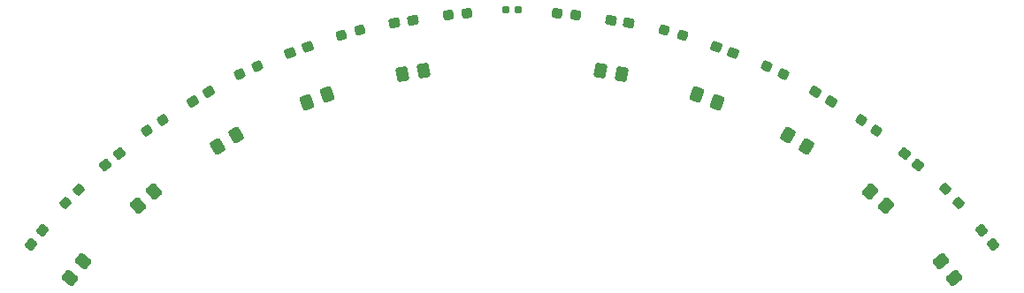
<source format=gbr>
%TF.GenerationSoftware,KiCad,Pcbnew,7.0.6*%
%TF.CreationDate,2023-07-09T17:07:21+09:00*%
%TF.ProjectId,robotrace_v2_Linesensor,726f626f-7472-4616-9365-5f76325f4c69,rev?*%
%TF.SameCoordinates,Original*%
%TF.FileFunction,Paste,Bot*%
%TF.FilePolarity,Positive*%
%FSLAX46Y46*%
G04 Gerber Fmt 4.6, Leading zero omitted, Abs format (unit mm)*
G04 Created by KiCad (PCBNEW 7.0.6) date 2023-07-09 17:07:21*
%MOMM*%
%LPD*%
G01*
G04 APERTURE LIST*
G04 Aperture macros list*
%AMRoundRect*
0 Rectangle with rounded corners*
0 $1 Rounding radius*
0 $2 $3 $4 $5 $6 $7 $8 $9 X,Y pos of 4 corners*
0 Add a 4 corners polygon primitive as box body*
4,1,4,$2,$3,$4,$5,$6,$7,$8,$9,$2,$3,0*
0 Add four circle primitives for the rounded corners*
1,1,$1+$1,$2,$3*
1,1,$1+$1,$4,$5*
1,1,$1+$1,$6,$7*
1,1,$1+$1,$8,$9*
0 Add four rect primitives between the rounded corners*
20,1,$1+$1,$2,$3,$4,$5,0*
20,1,$1+$1,$4,$5,$6,$7,0*
20,1,$1+$1,$6,$7,$8,$9,0*
20,1,$1+$1,$8,$9,$2,$3,0*%
G04 Aperture macros list end*
%ADD10RoundRect,0.237500X0.065464X0.338557X-0.341467X0.048028X-0.065464X-0.338557X0.341467X-0.048028X0*%
%ADD11RoundRect,0.237500X-0.341466X-0.048034X0.065470X-0.338556X0.341466X0.048034X-0.065470X0.338556X0*%
%ADD12RoundRect,0.237500X0.004777X0.344795X-0.344587X-0.012899X-0.004777X-0.344795X0.344587X0.012899X0*%
%ADD13RoundRect,0.237500X0.178856X0.294817X-0.303595X0.163512X-0.178856X-0.294817X0.303595X-0.163512X0*%
%ADD14RoundRect,0.237500X-0.270025X-0.214459X0.228015X-0.258680X0.270025X0.214459X-0.228015X0.258680X0*%
%ADD15RoundRect,0.237500X-0.344587X0.012899X0.004777X-0.344795X0.344587X-0.012899X-0.004777X0.344795X0*%
%ADD16RoundRect,0.237500X-0.303595X-0.163512X0.178856X-0.294817X0.303595X0.163512X-0.178856X0.294817X0*%
%ADD17RoundRect,0.237500X0.124102X0.321722X-0.327659X0.107451X-0.124102X-0.321722X0.327659X-0.107451X0*%
%ADD18RoundRect,0.237500X-0.327659X-0.107451X0.124102X-0.321722X0.327659X0.107451X-0.124102X0.321722X0*%
%ADD19RoundRect,0.237500X0.228011X0.258684X-0.270029X0.214454X-0.228011X-0.258684X0.270029X-0.214454X0*%
%ADD20RoundRect,0.250000X-0.508223X-0.223236X0.052129X-0.552637X0.508223X0.223236X-0.052129X0.552637X0*%
%ADD21RoundRect,0.250000X-0.046085X0.553174X-0.539612X0.130170X0.046085X-0.553174X0.539612X-0.130170X0*%
%ADD22RoundRect,0.250000X0.240612X0.500231X-0.399215X0.385684X-0.240612X-0.500231X0.399215X-0.385684X0*%
%ADD23RoundRect,0.237500X0.365821X-0.072370X0.002015X0.372905X-0.365821X0.072370X-0.002015X-0.372905X0*%
%ADD24RoundRect,0.250000X0.148693X0.534804X-0.460935X0.309296X-0.148693X-0.534804X0.460935X-0.309296X0*%
%ADD25RoundRect,0.250000X-0.460935X-0.309296X0.148693X-0.534804X0.460935X0.309296X-0.148693X0.534804X0*%
%ADD26RoundRect,0.237500X-0.187246X-0.322493X0.352040X-0.123005X0.187246X0.322493X-0.352040X0.123005X0*%
%ADD27RoundRect,0.237500X-0.241147X-0.284448X0.324854X-0.183118X0.241147X0.284448X-0.324854X0.183118X0*%
%ADD28RoundRect,0.237500X0.372849X-0.006771X-0.063732X0.367425X-0.372849X0.006771X0.063732X-0.367425X0*%
%ADD29RoundRect,0.237500X0.002015X-0.372905X0.365821X0.072370X-0.002015X0.372905X-0.365821X-0.072370X0*%
%ADD30RoundRect,0.250000X-0.399215X-0.385684X0.240612X-0.500231X0.399215X0.385684X-0.240612X0.500231X0*%
%ADD31RoundRect,0.250000X-0.539612X-0.130170X-0.046085X-0.553174X0.539612X0.130170X0.046085X0.553174X0*%
%ADD32RoundRect,0.250000X-0.554106X-0.033040X-0.142847X-0.536395X0.554106X0.033040X0.142847X0.536395X0*%
%ADD33RoundRect,0.237500X0.352040X0.123005X-0.187246X0.322493X-0.352040X-0.123005X0.187246X-0.322493X0*%
%ADD34RoundRect,0.250000X0.052120X0.552638X-0.508227X0.223227X-0.052120X-0.552638X0.508227X-0.223227X0*%
%ADD35RoundRect,0.237500X0.324851X0.183124X-0.241152X0.284444X-0.324851X-0.183124X0.241152X-0.284444X0*%
%ADD36RoundRect,0.250000X-0.140037X0.537136X-0.553925X0.035941X0.140037X-0.537136X0.553925X-0.035941X0*%
%ADD37RoundRect,0.237500X-0.127484X-0.350443X0.368207X-0.059041X0.127484X0.350443X-0.368207X0.059041X0*%
%ADD38RoundRect,0.155000X0.212500X0.155000X-0.212500X0.155000X-0.212500X-0.155000X0.212500X-0.155000X0*%
%ADD39RoundRect,0.237500X-0.063732X-0.367425X0.372849X0.006771X0.063732X0.367425X-0.372849X-0.006771X0*%
%ADD40RoundRect,0.237500X0.368206X0.059047X-0.127490X0.350441X-0.368206X-0.059047X0.127490X-0.350441X0*%
G04 APERTURE END LIST*
D10*
%TO.C,R8*%
X-34932649Y47359784D03*
X-33447351Y48420216D03*
%TD*%
D11*
%TO.C,R7*%
X34932658Y47359797D03*
X33447342Y48420203D03*
%TD*%
D12*
%TO.C,R10*%
X-42737589Y40457209D03*
X-41462411Y41762791D03*
%TD*%
D13*
%TO.C,R4*%
X-16330473Y56540368D03*
X-14569527Y57019632D03*
%TD*%
D14*
%TO.C,R1*%
X4301076Y58690704D03*
X6118924Y58529296D03*
%TD*%
D15*
%TO.C,R9*%
X42737589Y40467209D03*
X41462411Y41772791D03*
%TD*%
D16*
%TO.C,R3*%
X14569527Y57019632D03*
X16330473Y56540368D03*
%TD*%
D17*
%TO.C,R6*%
X-26044464Y52778956D03*
X-24395536Y53561044D03*
%TD*%
D18*
%TO.C,R5*%
X26044464Y52778956D03*
X24395536Y53561044D03*
%TD*%
D19*
%TO.C,R2*%
X-6118923Y58529281D03*
X-4301077Y58690719D03*
%TD*%
D20*
%TO.C,Q5*%
X26406367Y46939440D03*
X28173633Y45900560D03*
%TD*%
D21*
%TO.C,Q8*%
X-34261747Y41547044D03*
X-35818253Y40212956D03*
%TD*%
D22*
%TO.C,Q2*%
X-8481041Y53180631D03*
X-10498959Y52819369D03*
%TD*%
D23*
%TO.C,D9*%
X44966383Y37867594D03*
X46073617Y36512406D03*
%TD*%
D24*
%TO.C,Q4*%
X-17718664Y50855609D03*
X-19641336Y50144391D03*
%TD*%
D25*
%TO.C,Q3*%
X17718664Y50855609D03*
X19641336Y50144391D03*
%TD*%
D26*
%TO.C,D4*%
X-21210653Y54826431D03*
X-19569347Y55433569D03*
%TD*%
D27*
%TO.C,D2*%
X-11221306Y57705802D03*
X-9498694Y58014198D03*
%TD*%
D28*
%TO.C,D7*%
X38914362Y44060573D03*
X37585638Y45199427D03*
%TD*%
D29*
%TO.C,D10*%
X-46073617Y36512406D03*
X-44966383Y37867594D03*
%TD*%
D30*
%TO.C,Q1*%
X8491041Y53180631D03*
X10508959Y52819369D03*
%TD*%
D31*
%TO.C,Q7*%
X34271747Y41547044D03*
X35828253Y40212956D03*
%TD*%
D32*
%TO.C,Q9*%
X41051477Y34863752D03*
X42348523Y33276248D03*
%TD*%
D33*
%TO.C,D3*%
X21210653Y54826431D03*
X19569347Y55433569D03*
%TD*%
D34*
%TO.C,Q6*%
X-26406376Y46939456D03*
X-28173624Y45900544D03*
%TD*%
D35*
%TO.C,D1*%
X11221309Y57705817D03*
X9498691Y58014183D03*
%TD*%
D36*
%TO.C,Q10*%
X-41047330Y34860346D03*
X-42352670Y33279654D03*
%TD*%
D37*
%TO.C,D6*%
X-30544313Y50226562D03*
X-29035687Y51113438D03*
%TD*%
D38*
%TO.C,C1*%
X567500Y59000000D03*
X-567500Y59000000D03*
%TD*%
D39*
%TO.C,D8*%
X-38914362Y44060573D03*
X-37585638Y45199427D03*
%TD*%
D40*
%TO.C,D5*%
X30544321Y50226575D03*
X29035679Y51113425D03*
%TD*%
M02*

</source>
